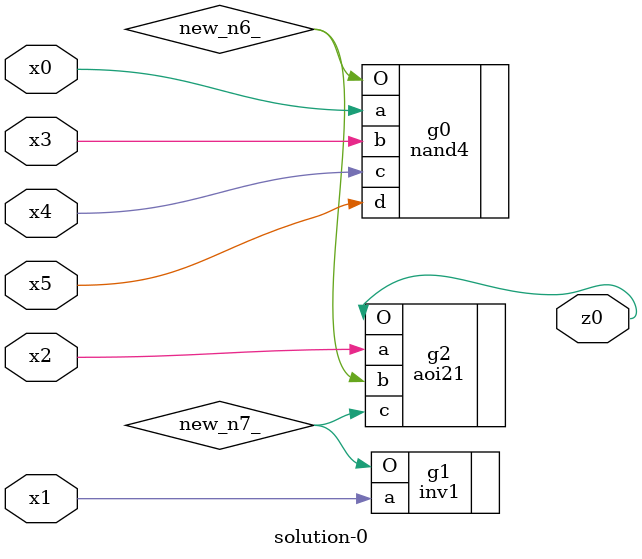
<source format=v>
module \solution-0 (
  x0, x1, x2, x3, x4, x5,
  z0 );
  input x0, x1, x2, x3, x4, x5;
  output z0;
  wire new_n6_, new_n7_;
  nand4  g0(.a(x0), .b(x3), .c(x4), .d(x5), .O(new_n6_));
  inv1  g1(.a(x1), .O(new_n7_));
  aoi21  g2(.a(x2), .b(new_n6_), .c(new_n7_), .O(z0));
endmodule

</source>
